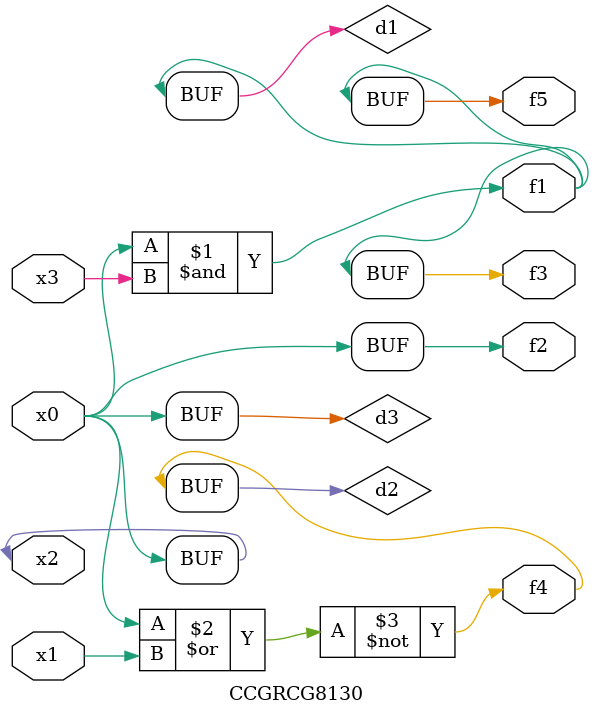
<source format=v>
module CCGRCG8130(
	input x0, x1, x2, x3,
	output f1, f2, f3, f4, f5
);

	wire d1, d2, d3;

	and (d1, x2, x3);
	nor (d2, x0, x1);
	buf (d3, x0, x2);
	assign f1 = d1;
	assign f2 = d3;
	assign f3 = d1;
	assign f4 = d2;
	assign f5 = d1;
endmodule

</source>
